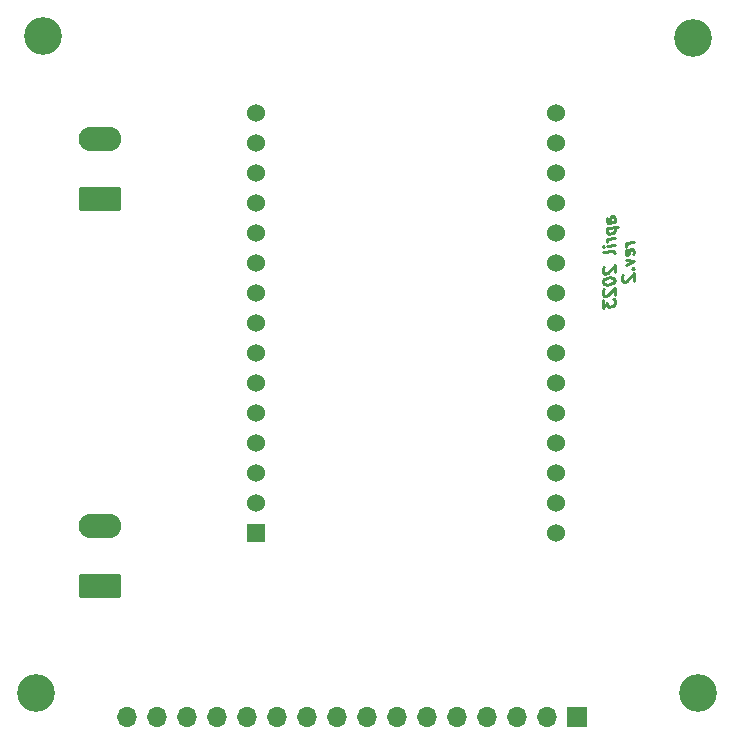
<source format=gbr>
%TF.GenerationSoftware,KiCad,Pcbnew,(6.0.10)*%
%TF.CreationDate,2023-04-05T19:00:52-05:00*%
%TF.ProjectId,pwm_pcb_v2,70776d5f-7063-4625-9f76-322e6b696361,rev?*%
%TF.SameCoordinates,Original*%
%TF.FileFunction,Soldermask,Bot*%
%TF.FilePolarity,Negative*%
%FSLAX46Y46*%
G04 Gerber Fmt 4.6, Leading zero omitted, Abs format (unit mm)*
G04 Created by KiCad (PCBNEW (6.0.10)) date 2023-04-05 19:00:52*
%MOMM*%
%LPD*%
G01*
G04 APERTURE LIST*
G04 Aperture macros list*
%AMRoundRect*
0 Rectangle with rounded corners*
0 $1 Rounding radius*
0 $2 $3 $4 $5 $6 $7 $8 $9 X,Y pos of 4 corners*
0 Add a 4 corners polygon primitive as box body*
4,1,4,$2,$3,$4,$5,$6,$7,$8,$9,$2,$3,0*
0 Add four circle primitives for the rounded corners*
1,1,$1+$1,$2,$3*
1,1,$1+$1,$4,$5*
1,1,$1+$1,$6,$7*
1,1,$1+$1,$8,$9*
0 Add four rect primitives between the rounded corners*
20,1,$1+$1,$2,$3,$4,$5,0*
20,1,$1+$1,$4,$5,$6,$7,0*
20,1,$1+$1,$6,$7,$8,$9,0*
20,1,$1+$1,$8,$9,$2,$3,0*%
G04 Aperture macros list end*
%ADD10C,0.250000*%
%ADD11C,3.200000*%
%ADD12R,1.700000X1.700000*%
%ADD13O,1.700000X1.700000*%
%ADD14RoundRect,0.249999X1.550001X-0.790001X1.550001X0.790001X-1.550001X0.790001X-1.550001X-0.790001X0*%
%ADD15O,3.600000X2.080000*%
%ADD16R,1.524000X1.524000*%
%ADD17C,1.524000*%
G04 APERTURE END LIST*
D10*
X141447380Y-70571994D02*
X140923571Y-70637470D01*
X140828333Y-70601755D01*
X140780714Y-70512470D01*
X140780714Y-70321994D01*
X140828333Y-70220803D01*
X141399761Y-70577946D02*
X141447380Y-70476755D01*
X141447380Y-70238660D01*
X141399761Y-70149375D01*
X141304523Y-70113660D01*
X141209285Y-70125565D01*
X141114047Y-70185089D01*
X141066428Y-70286279D01*
X141066428Y-70524375D01*
X141018809Y-70625565D01*
X140780714Y-71131517D02*
X141780714Y-71006517D01*
X140828333Y-71125565D02*
X140780714Y-71226755D01*
X140780714Y-71417232D01*
X140828333Y-71506517D01*
X140875952Y-71548184D01*
X140971190Y-71583898D01*
X141256904Y-71548184D01*
X141352142Y-71488660D01*
X141399761Y-71435089D01*
X141447380Y-71333898D01*
X141447380Y-71143422D01*
X141399761Y-71054136D01*
X141447380Y-71952946D02*
X140780714Y-72036279D01*
X140971190Y-72012470D02*
X140875952Y-72071994D01*
X140828333Y-72125565D01*
X140780714Y-72226755D01*
X140780714Y-72321994D01*
X141447380Y-72571994D02*
X140780714Y-72655327D01*
X140447380Y-72696994D02*
X140495000Y-72643422D01*
X140542619Y-72685089D01*
X140495000Y-72738660D01*
X140447380Y-72696994D01*
X140542619Y-72685089D01*
X141447380Y-73191041D02*
X141399761Y-73101755D01*
X141304523Y-73066041D01*
X140447380Y-73173184D01*
X140542619Y-74399375D02*
X140495000Y-74452946D01*
X140447380Y-74554136D01*
X140447380Y-74792232D01*
X140495000Y-74881517D01*
X140542619Y-74923184D01*
X140637857Y-74958898D01*
X140733095Y-74946994D01*
X140875952Y-74881517D01*
X141447380Y-74238660D01*
X141447380Y-74857708D01*
X140447380Y-75601755D02*
X140447380Y-75696994D01*
X140495000Y-75786279D01*
X140542619Y-75827946D01*
X140637857Y-75863660D01*
X140828333Y-75887470D01*
X141066428Y-75857708D01*
X141256904Y-75786279D01*
X141352142Y-75726755D01*
X141399761Y-75673184D01*
X141447380Y-75571994D01*
X141447380Y-75476755D01*
X141399761Y-75387470D01*
X141352142Y-75345803D01*
X141256904Y-75310089D01*
X141066428Y-75286279D01*
X140828333Y-75316041D01*
X140637857Y-75387470D01*
X140542619Y-75446994D01*
X140495000Y-75500565D01*
X140447380Y-75601755D01*
X140542619Y-76304136D02*
X140495000Y-76357708D01*
X140447380Y-76458898D01*
X140447380Y-76696994D01*
X140495000Y-76786279D01*
X140542619Y-76827946D01*
X140637857Y-76863660D01*
X140733095Y-76851755D01*
X140875952Y-76786279D01*
X141447380Y-76143422D01*
X141447380Y-76762470D01*
X140447380Y-77220803D02*
X140447380Y-77839851D01*
X140828333Y-77458898D01*
X140828333Y-77601755D01*
X140875952Y-77691041D01*
X140923571Y-77732708D01*
X141018809Y-77768422D01*
X141256904Y-77738660D01*
X141352142Y-77679136D01*
X141399761Y-77625565D01*
X141447380Y-77524375D01*
X141447380Y-77238660D01*
X141399761Y-77149375D01*
X141352142Y-77107708D01*
X143057380Y-72310089D02*
X142390714Y-72393422D01*
X142581190Y-72369613D02*
X142485952Y-72429136D01*
X142438333Y-72482708D01*
X142390714Y-72583898D01*
X142390714Y-72679136D01*
X143009761Y-73316041D02*
X143057380Y-73214851D01*
X143057380Y-73024375D01*
X143009761Y-72935089D01*
X142914523Y-72899375D01*
X142533571Y-72946994D01*
X142438333Y-73006517D01*
X142390714Y-73107708D01*
X142390714Y-73298184D01*
X142438333Y-73387470D01*
X142533571Y-73423184D01*
X142628809Y-73411279D01*
X142724047Y-72923184D01*
X142390714Y-73774375D02*
X143057380Y-73929136D01*
X142390714Y-74250565D01*
X142962142Y-74560089D02*
X143009761Y-74601755D01*
X143057380Y-74548184D01*
X143009761Y-74506517D01*
X142962142Y-74560089D01*
X143057380Y-74548184D01*
X142152619Y-75089851D02*
X142105000Y-75143422D01*
X142057380Y-75244613D01*
X142057380Y-75482708D01*
X142105000Y-75571994D01*
X142152619Y-75613660D01*
X142247857Y-75649375D01*
X142343095Y-75637470D01*
X142485952Y-75571994D01*
X143057380Y-74929136D01*
X143057380Y-75548184D01*
D11*
%TO.C,MH1*%
X93091000Y-54864000D03*
%TD*%
%TO.C,MH3*%
X92500000Y-110500000D03*
X92500000Y-110500000D03*
%TD*%
%TO.C,MH4*%
X148500000Y-110500000D03*
%TD*%
%TO.C,MH2*%
X148082000Y-54991000D03*
%TD*%
D12*
%TO.C,J3*%
X138303000Y-112522000D03*
D13*
X135763000Y-112522000D03*
X133223000Y-112522000D03*
X130683000Y-112522000D03*
X128143000Y-112522000D03*
X125603000Y-112522000D03*
X123063000Y-112522000D03*
X120523000Y-112522000D03*
X117983000Y-112522000D03*
X115443000Y-112522000D03*
X112903000Y-112522000D03*
X110363000Y-112522000D03*
X107823000Y-112522000D03*
X105283000Y-112522000D03*
X102743000Y-112522000D03*
X100203000Y-112522000D03*
%TD*%
D14*
%TO.C,J2*%
X97877500Y-101400000D03*
D15*
X97877500Y-96320000D03*
%TD*%
D16*
%TO.C,U1*%
X111125000Y-96926000D03*
D17*
X111125000Y-94386000D03*
X111125000Y-91846000D03*
X111125000Y-89306000D03*
X111125000Y-86766000D03*
X111125000Y-84226000D03*
X111125000Y-81686000D03*
X111125000Y-79146000D03*
X111125000Y-76606000D03*
X111125000Y-74066000D03*
X111125000Y-71526000D03*
X111125000Y-68986000D03*
X111125000Y-66446000D03*
X111125000Y-63906000D03*
X111125000Y-61366000D03*
X136525000Y-61366000D03*
X136525000Y-63906000D03*
X136525000Y-66446000D03*
X136525000Y-68986000D03*
X136525000Y-71526000D03*
X136525000Y-74066000D03*
X136525000Y-76606000D03*
X136525000Y-79146000D03*
X136525000Y-81686000D03*
X136525000Y-84226000D03*
X136525000Y-86766000D03*
X136525000Y-89306000D03*
X136525000Y-91846000D03*
X136525000Y-94386000D03*
X136525000Y-96926000D03*
%TD*%
D14*
%TO.C,J1*%
X97877500Y-68680000D03*
D15*
X97877500Y-63600000D03*
%TD*%
M02*

</source>
